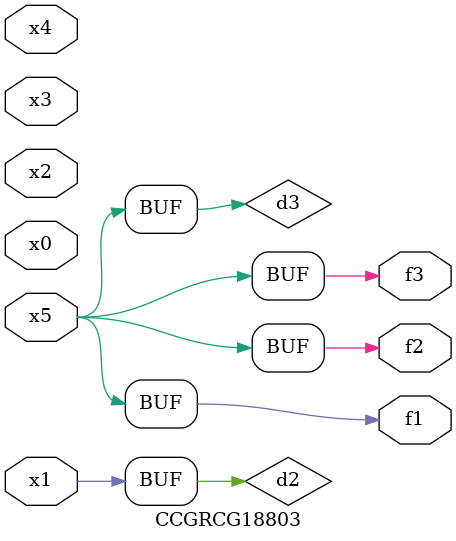
<source format=v>
module CCGRCG18803(
	input x0, x1, x2, x3, x4, x5,
	output f1, f2, f3
);

	wire d1, d2, d3;

	not (d1, x5);
	or (d2, x1);
	xnor (d3, d1);
	assign f1 = d3;
	assign f2 = d3;
	assign f3 = d3;
endmodule

</source>
